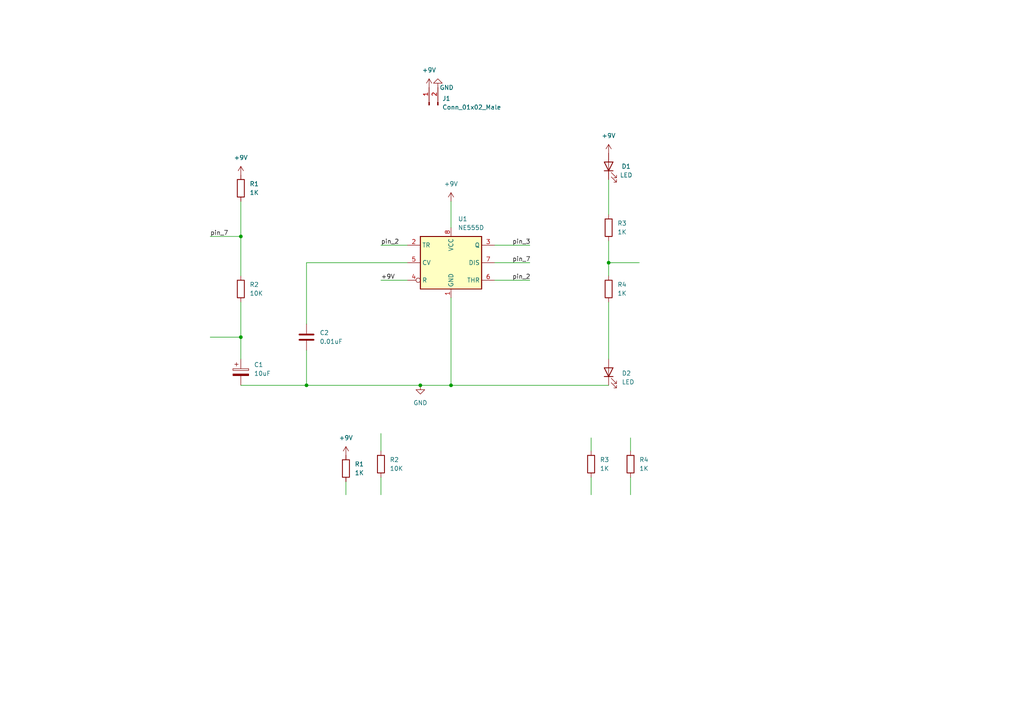
<source format=kicad_sch>
(kicad_sch (version 20211123) (generator eeschema)
  (paper "A4")
  (lib_symbols
    (symbol "Connector:Conn_01x02_Male" (pin_names (offset 1.016) hide)
      (property "Reference" "J" (at 0 2.54 0))
      (property "Value" "Conn_01x02_Male" (at 0 -5.08 0))
      (symbol "Conn_01x02_Male_1_1"
        (polyline (pts (xy 1.27 -2.54) (xy 0.8636 -2.54)) (stroke (width 0.1524)))
        (polyline (pts (xy 1.27 0) (xy 0.8636 0)) (stroke (width 0.1524)))
        (rectangle (start 0.8636 -2.413) (end 0 -2.667) (stroke (width 0.1524)) (fill (type outline)))
        (rectangle (start 0.8636 0.127) (end 0 -0.127) (stroke (width 0.1524)) (fill (type outline)))
        (pin passive line (at 5.08 0 180) (length 3.81) (name "Pin_1") (number "1"))
        (pin passive line (at 5.08 -2.54 180) (length 3.81) (name "Pin_2") (number "2"))
      )
    )
    (symbol "Device:C" (pin_numbers hide) (pin_names (offset 0.254))
      (property "Reference" "C" (at 0.635 2.54 0))
      (property "Value" "C" (at 0.635 -2.54 0))
      (symbol "C_0_1"
        (polyline (pts (xy -2.032 -0.762) (xy 2.032 -0.762)) (stroke (width 0.508)))
        (polyline (pts (xy -2.032 0.762) (xy 2.032 0.762)) (stroke (width 0.508)))
      )
      (symbol "C_1_1"
        (pin passive line (at 0 3.81 270) (length 2.794) (name "~") (number "1"))
        (pin passive line (at 0 -3.81 90) (length 2.794) (name "~") (number "2"))
      )
    )
    (symbol "Device:C_Polarized" (pin_numbers hide) (pin_names (offset 0.254))
      (property "Reference" "C" (at 0.635 2.54 0))
      (property "Value" "C_Polarized" (at 0.635 -2.54 0))
      (symbol "C_Polarized_0_1"
        (rectangle (start -2.286 0.508) (end 2.286 1.016))
        (polyline (pts (xy -1.778 2.286) (xy -0.762 2.286)))
        (polyline (pts (xy -1.27 2.794) (xy -1.27 1.778)))
        (rectangle (start 2.286 -0.508) (end -2.286 -1.016) (fill (type outline)))
      )
      (symbol "C_Polarized_1_1"
        (pin passive line (at 0 3.81 270) (length 2.794) (name "~") (number "1"))
        (pin passive line (at 0 -3.81 90) (length 2.794) (name "~") (number "2"))
      )
    )
    (symbol "Device:LED" (pin_numbers hide) (pin_names (offset 1.016) hide)
      (property "Reference" "D" (at 0 2.54 0))
      (property "Value" "LED" (at 0 -2.54 0))
      (symbol "LED_0_1"
        (polyline (pts (xy -1.27 -1.27) (xy -1.27 1.27)) (stroke (width 0.254)))
        (polyline (pts (xy -1.27 0) (xy 1.27 0)))
        (polyline (pts (xy 1.27 -1.27) (xy 1.27 1.27) (xy -1.27 0) (xy 1.27 -1.27)) (stroke (width 0.254)))
        (polyline (pts (xy -3.048 -0.762) (xy -4.572 -2.286) (xy -3.81 -2.286) (xy -4.572 -2.286) (xy -4.572 -1.524)))
        (polyline (pts (xy -1.778 -0.762) (xy -3.302 -2.286) (xy -2.54 -2.286) (xy -3.302 -2.286) (xy -3.302 -1.524)))
      )
      (symbol "LED_1_1"
        (pin passive line (at -3.81 0 0) (length 2.54) (name "K") (number "1"))
        (pin passive line (at 3.81 0 180) (length 2.54) (name "A") (number "2"))
      )
    )
    (symbol "Device:R" (pin_numbers hide) (pin_names (offset 0))
      (property "Reference" "R" (at 2.032 0 90))
      (property "Value" "R" (at 0 0 90))
      (symbol "R_0_1"
        (rectangle (start -1.016 -2.54) (end 1.016 2.54) (stroke (width 0.254)))
      )
      (symbol "R_1_1"
        (pin passive line (at 0 3.81 270) (length 1.27) (name "~") (number "1"))
        (pin passive line (at 0 -3.81 90) (length 1.27) (name "~") (number "2"))
      )
    )
    (symbol "Timer:NE555D"
      (property "Reference" "U" (at -10.16 8.89 0))
      (property "Value" "NE555D" (at 2.54 8.89 0))
      (symbol "NE555D_0_0"
        (pin power_in line (at 0 -10.16 90) (length 2.54) (name "GND") (number "1"))
        (pin power_in line (at 0 10.16 270) (length 2.54) (name "VCC") (number "8"))
      )
      (symbol "NE555D_0_1"
        (rectangle (start -8.89 -7.62) (end 8.89 7.62) (stroke (width 0.254)) (fill (type background)))
        (rectangle (start -8.89 -7.62) (end 8.89 7.62) (stroke (width 0.254)) (fill (type background)))
      )
      (symbol "NE555D_1_1"
        (pin input line (at -12.7 5.08 0) (length 3.81) (name "TR") (number "2"))
        (pin output line (at 12.7 5.08 180) (length 3.81) (name "Q") (number "3"))
        (pin input inverted (at -12.7 -5.08 0) (length 3.81) (name "R") (number "4"))
        (pin input line (at -12.7 0 0) (length 3.81) (name "CV") (number "5"))
        (pin input line (at 12.7 -5.08 180) (length 3.81) (name "THR") (number "6"))
        (pin input line (at 12.7 0 180) (length 3.81) (name "DIS") (number "7"))
      )
    )
    (symbol "power:+9V" (power) (pin_names (offset 0))
      (property "Value" "+9V" (at 0 3.556 0))
      (symbol "+9V_0_1"
        (polyline (pts (xy -0.762 1.27) (xy 0 2.54)))
        (polyline (pts (xy 0 0) (xy 0 2.54)))
        (polyline (pts (xy 0 2.54) (xy 0.762 1.27)))
      )
      (symbol "+9V_1_1"
        (pin power_in line (at 0 0 90) (length 0) hide (name "+9V") (number "1"))
      )
    )
    (symbol "power:GND" (power) (pin_names (offset 0))
      (property "Value" "GND" (at 0 -3.81 0))
      (symbol "GND_0_1"
        (polyline (pts (xy 0 0) (xy 0 -1.27) (xy 1.27 -1.27) (xy 0 -2.54) (xy -1.27 -1.27) (xy 0 -1.27)))
      )
      (symbol "GND_1_1"
        (pin power_in line (at 0 0 270) (length 0) hide (name "GND") (number "1"))
      )
    )
  )
  (junction (at 176.53 76.2))
  (junction (at 130.81 111.76))
  (junction (at 69.85 68.58))
  (junction (at 88.9 111.76))
  (junction (at 121.92 111.76))
  (junction (at 69.85 97.79))
  (wire (pts (xy 176.53 87.63) (xy 176.53 104.14)))
  (wire (pts (xy 130.81 111.76) (xy 176.53 111.76)))
  (wire (pts (xy 110.49 138.43) (xy 110.49 143.51)))
  (wire (pts (xy 171.45 127) (xy 171.45 130.81)))
  (wire (pts (xy 143.51 71.12) (xy 153.67 71.12)))
  (wire (pts (xy 176.53 76.2) (xy 185.42 76.2)))
  (wire (pts (xy 69.85 111.76) (xy 88.9 111.76)))
  (wire (pts (xy 110.49 71.12) (xy 118.11 71.12)))
  (wire (pts (xy 171.45 138.43) (xy 171.45 143.51)))
  (wire (pts (xy 69.85 87.63) (xy 69.85 97.79)))
  (wire (pts (xy 69.85 58.42) (xy 69.85 68.58)))
  (wire (pts (xy 88.9 76.2) (xy 118.11 76.2)))
  (wire (pts (xy 88.9 93.98) (xy 88.9 76.2)))
  (wire (pts (xy 100.33 139.7) (xy 100.33 143.51)))
  (wire (pts (xy 60.96 68.58) (xy 69.85 68.58)))
  (wire (pts (xy 176.53 69.85) (xy 176.53 76.2)))
  (wire (pts (xy 143.51 81.28) (xy 153.67 81.28)))
  (wire (pts (xy 176.53 76.2) (xy 176.53 80.01)))
  (wire (pts (xy 88.9 101.6) (xy 88.9 111.76)))
  (wire (pts (xy 143.51 76.2) (xy 153.67 76.2)))
  (wire (pts (xy 69.85 68.58) (xy 69.85 80.01)))
  (wire (pts (xy 182.88 138.43) (xy 182.88 143.51)))
  (wire (pts (xy 110.49 81.28) (xy 118.11 81.28)))
  (wire (pts (xy 182.88 127) (xy 182.88 130.81)))
  (wire (pts (xy 88.9 111.76) (xy 121.92 111.76)))
  (wire (pts (xy 176.53 52.07) (xy 176.53 62.23)))
  (wire (pts (xy 60.96 97.79) (xy 69.85 97.79)))
  (wire (pts (xy 110.49 125.73) (xy 110.49 130.81)))
  (wire (pts (xy 121.92 111.76) (xy 130.81 111.76)))
  (wire (pts (xy 130.81 86.36) (xy 130.81 111.76)))
  (wire (pts (xy 130.81 58.42) (xy 130.81 66.04)))
  (wire (pts (xy 69.85 97.79) (xy 69.85 104.14)))
  (label "+9V" (at 110.49 81.28 0))
  (label "pin_7" (at 148.59 76.2 0))
  (label "pin_2" (at 148.59 81.28 0))
  (label "pin_7" (at 60.96 68.58 0))
  (label "pin_2" (at 110.49 71.12 0))
  (label "pin_3" (at 148.59 71.12 0))
  (symbol (lib_id "Device:R") (at 171.45 134.62 0) (unit 1)
    (property "Reference" "R3" (at 173.99 133.3499 0) (effects (justify left)))
    (property "Value" "1K" (at 173.99 135.8899 0) (effects (justify left)))
  )
  (symbol (lib_id "power:+9V") (at 124.46 25.4 0) (unit 1)
    (property "Reference" "#PWR01" (effects hide))
    (property "Value" "+9V" (at 124.46 20.32 0))
  )
  (symbol (lib_id "Connector:Conn_01x02_Male") (at 124.46 30.48 90) (unit 1)
    (property "Reference" "J1" (at 128.27 28.5749 90) (effects (justify right)))
    (property "Value" "Conn_01x02_Male" (at 128.27 31.1149 90) (effects (justify right)))
  )
  (symbol (lib_id "Device:R") (at 100.33 135.89 0) (unit 1)
    (property "Reference" "R1" (at 102.87 134.6199 0) (effects (justify left)))
    (property "Value" "1K" (at 102.87 137.1599 0) (effects (justify left)))
  )
  (symbol (lib_id "Device:LED") (at 176.53 107.95 90) (unit 1)
    (property "Reference" "D2" (at 180.34 108.2674 90) (effects (justify right)))
    (property "Value" "LED" (at 180.34 110.8074 90) (effects (justify right)))
  )
  (symbol (lib_id "power:GND") (at 127 25.4 180) (unit 1)
    (property "Reference" "#PWR02" (effects hide))
    (property "Value" "GND" (at 129.54 25.4 0))
  )
  (symbol (lib_id "Device:LED") (at 176.53 48.26 90) (unit 1)
    (property "Reference" "D1" (at 181.61 48.26 90))
    (property "Value" "LED" (at 181.61 50.8 90))
  )
  (symbol (lib_id "power:+9V") (at 69.85 50.8 0) (unit 1)
    (property "Reference" "#PWR04" (effects hide))
    (property "Value" "+9V" (at 69.85 45.72 0))
  )
  (symbol (lib_id "Device:R") (at 176.53 83.82 0) (unit 1)
    (property "Reference" "R4" (at 179.07 82.5499 0) (effects (justify left)))
    (property "Value" "1K" (at 179.07 85.0899 0) (effects (justify left)))
  )
  (symbol (lib_id "Device:R") (at 182.88 134.62 0) (unit 1)
    (property "Reference" "R4" (at 185.42 133.3499 0) (effects (justify left)))
    (property "Value" "1K" (at 185.42 135.8899 0) (effects (justify left)))
  )
  (symbol (lib_id "Device:R") (at 69.85 54.61 0) (unit 1)
    (property "Reference" "R1" (at 72.39 53.3399 0) (effects (justify left)))
    (property "Value" "1K" (at 72.39 55.8799 0) (effects (justify left)))
  )
  (symbol (lib_id "power:+9V") (at 176.53 44.45 0) (unit 1)
    (property "Reference" "#PWR03" (effects hide))
    (property "Value" "+9V" (at 176.53 39.37 0))
  )
  (symbol (lib_id "power:+9V") (at 100.33 132.08 0) (unit 1)
    (property "Reference" "#PWR07" (effects hide))
    (property "Value" "+9V" (at 100.33 127 0))
  )
  (symbol (lib_id "power:GND") (at 121.92 111.76 0) (unit 1)
    (property "Reference" "#PWR06" (effects hide))
    (property "Value" "GND" (at 121.92 116.84 0))
  )
  (symbol (lib_id "Timer:NE555D") (at 130.81 76.2 0) (unit 1)
    (property "Reference" "U1" (at 132.8294 63.5 0) (effects (justify left)))
    (property "Value" "NE555D" (at 132.8294 66.04 0) (effects (justify left)))
    (property "Footprint" "Package_SO:SOIC-8_3.9x4.9mm_P1.27mm" (effects hide))
    (property "Datasheet" "http://www.ti.com/lit/ds/symlink/ne555.pdf" (effects hide))
  )
  (symbol (lib_id "Device:C_Polarized") (at 69.85 107.95 0) (unit 1)
    (property "Reference" "C1" (at 73.66 105.7909 0) (effects (justify left)))
    (property "Value" "10uF" (at 73.66 108.3309 0) (effects (justify left)))
  )
  (symbol (lib_id "power:+9V") (at 130.81 58.42 0) (unit 1)
    (property "Reference" "#PWR05" (effects hide))
    (property "Value" "+9V" (at 130.81 53.34 0))
  )
  (symbol (lib_id "Device:R") (at 110.49 134.62 0) (unit 1)
    (property "Reference" "R2" (at 113.03 133.3499 0) (effects (justify left)))
    (property "Value" "10K" (at 113.03 135.8899 0) (effects (justify left)))
  )
  (symbol (lib_id "Device:R") (at 176.53 66.04 0) (unit 1)
    (property "Reference" "R3" (at 179.07 64.7699 0) (effects (justify left)))
    (property "Value" "1K" (at 179.07 67.3099 0) (effects (justify left)))
  )
  (symbol (lib_id "Device:C") (at 88.9 97.79 0) (unit 1)
    (property "Reference" "C2" (at 92.71 96.5199 0) (effects (justify left)))
    (property "Value" "0.01uF" (at 92.71 99.0599 0) (effects (justify left)))
  )
  (symbol (lib_id "Device:R") (at 69.85 83.82 0) (unit 1)
    (property "Reference" "R2" (at 72.39 82.5499 0) (effects (justify left)))
    (property "Value" "10K" (at 72.39 85.0899 0) (effects (justify left)))
  )
)
</source>
